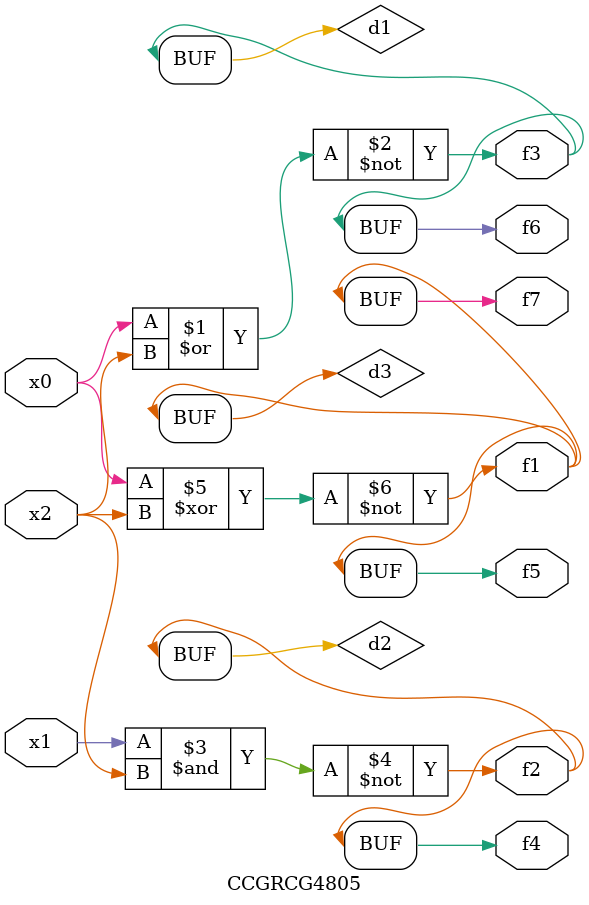
<source format=v>
module CCGRCG4805(
	input x0, x1, x2,
	output f1, f2, f3, f4, f5, f6, f7
);

	wire d1, d2, d3;

	nor (d1, x0, x2);
	nand (d2, x1, x2);
	xnor (d3, x0, x2);
	assign f1 = d3;
	assign f2 = d2;
	assign f3 = d1;
	assign f4 = d2;
	assign f5 = d3;
	assign f6 = d1;
	assign f7 = d3;
endmodule

</source>
